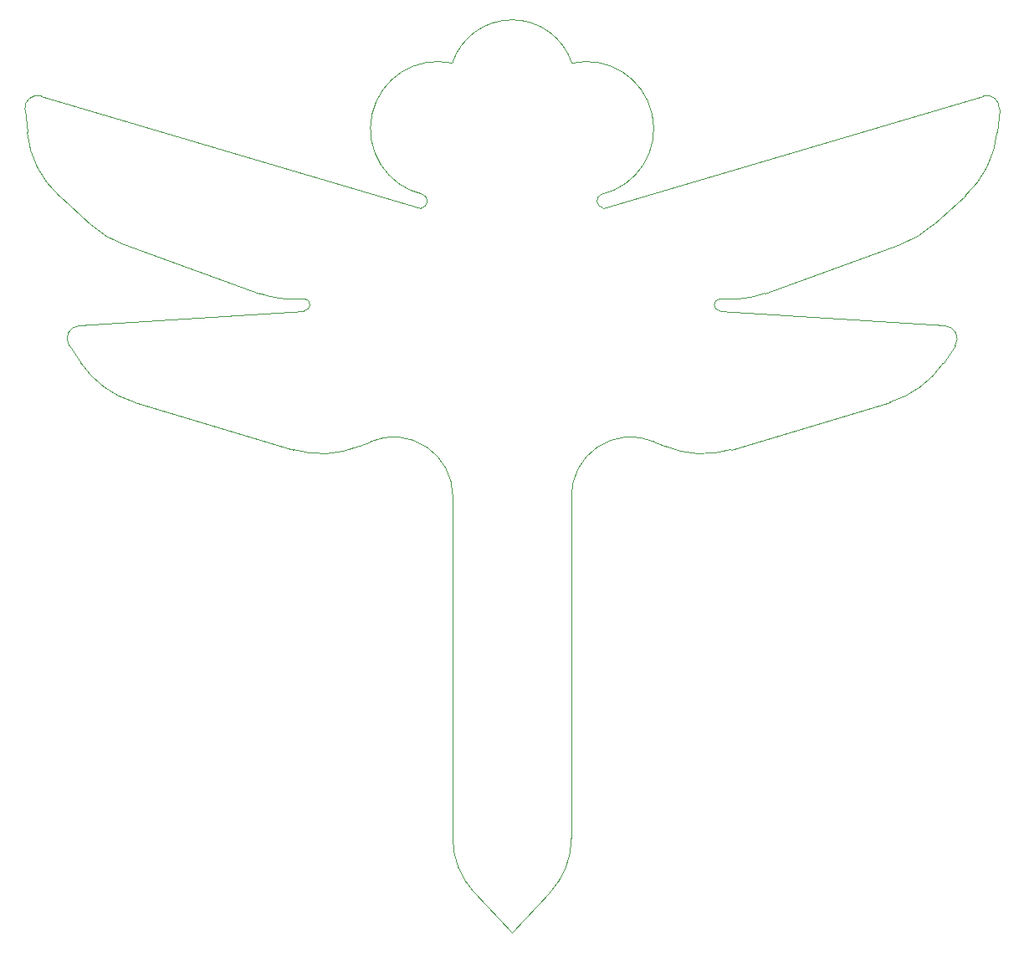
<source format=gm1>
G04 #@! TF.FileFunction,Profile,NP*
%FSLAX46Y46*%
G04 Gerber Fmt 4.6, Leading zero omitted, Abs format (unit mm)*
G04 Created by KiCad (PCBNEW 4.0.6) date Monday, May 07, 2018 'PMt' 08:57:05 PM*
%MOMM*%
%LPD*%
G01*
G04 APERTURE LIST*
%ADD10C,0.100000*%
G04 APERTURE END LIST*
D10*
X155999999Y-105801970D02*
G75*
G02X164331735Y-100273586I6000001J1D01*
G01*
X124450151Y-85278123D02*
X110722308Y-80344641D01*
X194820628Y-90582763D02*
X193644822Y-92316971D01*
X107381171Y-78336556D02*
X104152389Y-75404151D01*
X156000001Y-140450000D02*
G75*
G02X153826546Y-145931913I-8000001J0D01*
G01*
X159229108Y-76636724D02*
X197646367Y-65290994D01*
X171057157Y-87071336D02*
X193829203Y-88555980D01*
X104152389Y-75404152D02*
G75*
G02X100925311Y-68997993I6723149J7402654D01*
G01*
X197646366Y-65290994D02*
G75*
G02X199308103Y-66667304I368207J-1246766D01*
G01*
X143949019Y-61970423D02*
G75*
G02X156050981Y-61970424I6050981J-1986588D01*
G01*
X146173454Y-145931913D02*
G75*
G02X144000000Y-140450000I5826546J5481913D01*
G01*
X128942843Y-85805512D02*
G75*
G02X124450151Y-85278123I-1110682J9938128D01*
G01*
X159229108Y-76636724D02*
G75*
G02X159047338Y-75246864I77981J717015D01*
G01*
X195847611Y-75404151D02*
X192618829Y-78336556D01*
X134603387Y-100722724D02*
G75*
G02X127855663Y-101090603I-3886225J9213969D01*
G01*
X171057156Y-87071336D02*
G75*
G02X171057157Y-85805512I41264J632912D01*
G01*
X135668265Y-100273586D02*
X134603387Y-100722725D01*
X110722308Y-80344642D02*
G75*
G02X107381171Y-78336556I3382011J9410739D01*
G01*
X140952661Y-75246866D02*
G75*
G02X140770892Y-76636723I-259750J-672844D01*
G01*
X199308103Y-66667304D02*
X199074689Y-68997993D01*
X111770605Y-96287002D02*
G75*
G02X106355178Y-92316971I2861499J9581849D01*
G01*
X105179374Y-90582762D02*
G75*
G02X106170797Y-88555981I1075999J729536D01*
G01*
X165396612Y-100722725D02*
X164331735Y-100273586D01*
X156000000Y-105801968D02*
X155999999Y-140450000D01*
X128942844Y-85805512D02*
G75*
G02X128942843Y-87071336I-41264J-632912D01*
G01*
X106170797Y-88555981D02*
X128942843Y-87071336D01*
X100691899Y-66667304D02*
G75*
G02X102353633Y-65290995I1293528J129544D01*
G01*
X188229395Y-96287003D02*
X172144337Y-101090603D01*
X193829204Y-88555980D02*
G75*
G02X194820628Y-90582763I-84576J-1297246D01*
G01*
X102353633Y-65290995D02*
X140770892Y-76636723D01*
X175549849Y-85278123D02*
G75*
G02X171057157Y-85805512I-3382010J9410739D01*
G01*
X189277692Y-80344641D02*
X175549849Y-85278123D01*
X127855663Y-101090603D02*
X111770605Y-96287002D01*
X193644823Y-92316971D02*
G75*
G02X188229395Y-96287003I-8276927J5611818D01*
G01*
X100925311Y-68997993D02*
X100691897Y-66667304D01*
X199074689Y-68997993D02*
G75*
G02X195847611Y-75404151I-9950226J996495D01*
G01*
X156050981Y-61970425D02*
G75*
G02X159047338Y-75246864I1480510J-6642207D01*
G01*
X172144337Y-101090604D02*
G75*
G02X165396612Y-100722725I-2861499J9581849D01*
G01*
X150000000Y-149999023D02*
X146173454Y-145931913D01*
X192618829Y-78336556D02*
G75*
G02X189277692Y-80344641I-6723147J7402653D01*
G01*
X135668265Y-100273585D02*
G75*
G02X144000000Y-105801969I2331735J-5528383D01*
G01*
X106355178Y-92316971D02*
X105179372Y-90582763D01*
X140952661Y-75246864D02*
G75*
G02X143949019Y-61970425I1515848J6634232D01*
G01*
X153826546Y-145931913D02*
X150000000Y-149999023D01*
X144000000Y-140450000D02*
X144000000Y-105801969D01*
M02*

</source>
